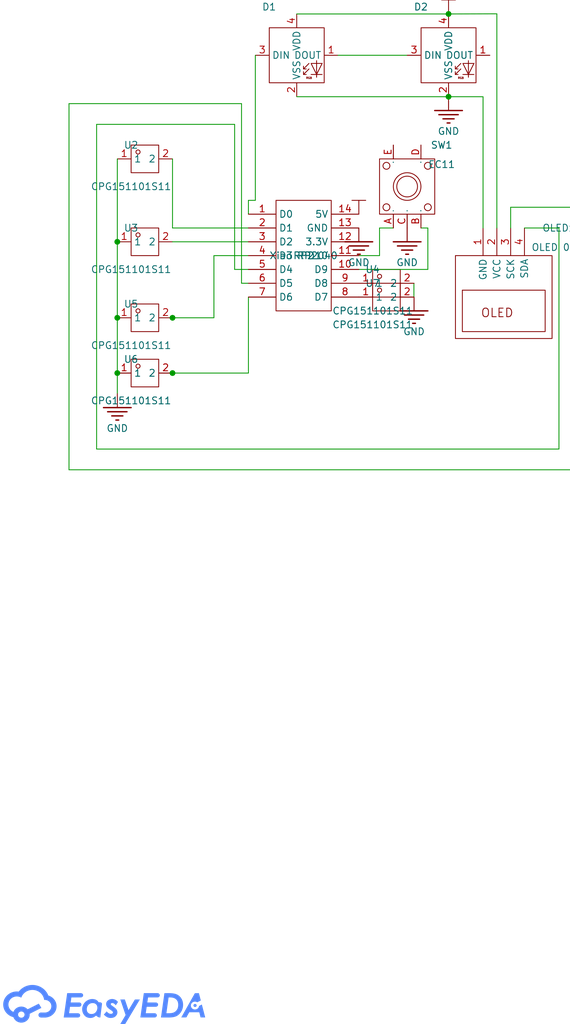
<source format=kicad_sch>
(kicad_sch (version 20250114) (generator "eeschema") (generator_version "9.0")
  (paper "User" 104.902 188.265)
  (lib_symbols
    (symbol "vspadproje-easyedapro:+5V" (power) (pin_numbers (hide yes)) (pin_names (hide yes))
      (symbol "+5V_1_0"
        (pin power_in line (at 0 0 0) (length 0) (name "") (number "1"))
      )
    )
    (symbol "vspadproje-easyedapro:CPG151101S11"
      (property "Reference" "U" (at 0 0 0))
      (symbol "CPG151101S11_1_0"
        (pin unspecified line (at -5.08 0 0) (length 2.54) (name "1") (number "1"))
        (pin unspecified line (at 5.08 0 180) (length 2.54) (name "2") (number "2"))
      )
    )
    (symbol "vspadproje-easyedapro:Drawing-Symbol_A4")
    (symbol "vspadproje-easyedapro:EC11"
      (symbol "EC11_1_0"
        (pin unspecified line (at -2.54 7.62 270) (length 2.54) (name "E") (number "E"))
        (pin unspecified line (at -2.54 -7.62 90) (length 2.54) (name "A") (number "A"))
        (pin unspecified line (at 0 -7.62 90) (length 2.54) (name "C") (number "C"))
        (pin unspecified line (at 2.54 7.62 270) (length 2.54) (name "D") (number "D"))
        (pin unspecified line (at 2.54 -7.62 90) (length 2.54) (name "B") (number "B"))
      )
    )
    (symbol "vspadproje-easyedapro:Ground-GND" (power) (pin_numbers (hide yes)) (pin_names (hide yes))
      (property "Value" "GND" (at 0 -6.35 0))
      (symbol "Ground-GND_1_0"
        (pin power_in line (at 0 0 270) (length 2.54) (name "GND") (number "1"))
      )
    )
    (symbol "vspadproje-easyedapro:LED_SK6812MINI"
      (symbol "LED_SK6812MINI_1_0"
        (text "RGB" (at 2.2606 -4.1656 0) (effects (font (size 0.3556 0.3556))))
        (pin input line (at -7.5946 0 0) (length 2.5146) (name "DIN") (number "3"))
        (pin unspecified line (at 0 7.5946 270) (length 2.5146) (name "VDD") (number "4"))
        (pin unspecified line (at 0 -7.5946 90) (length 2.5146) (name "VSS") (number "2"))
        (pin output line (at 7.5946 0 180) (length 2.5146) (name "DOUT") (number "1"))
      )
    )
    (symbol "vspadproje-easyedapro:OLED 0.91"
      (symbol "OLED 0.91_1_0"
        (text "OLED" (at 4.6228 -16.51 0) (effects (font (size 1.5748 1.5748)) (justify left bottom)))
        (pin unspecified line (at 5.08 0 270) (length 5.08) (name "GND") (number "1"))
        (pin unspecified line (at 7.62 0 270) (length 5.08) (name "VCC") (number "2"))
        (pin unspecified line (at 10.16 0 270) (length 5.08) (name "SCK") (number "3"))
        (pin unspecified line (at 12.7 0 270) (length 5.08) (name "SDA") (number "4"))
      )
    )
    (symbol "vspadproje-easyedapro:Xiao RP2040"
      (symbol "Xiao RP2040_1_0"
        (pin input line (at -10.16 7.62 0) (length 5.08) (name "D0") (number "1"))
        (pin input line (at -10.16 5.08 0) (length 5.08) (name "D1") (number "2"))
        (pin input line (at -10.16 2.54 0) (length 5.08) (name "D2") (number "3"))
        (pin input line (at -10.16 0 0) (length 5.08) (name "D3") (number "4"))
        (pin input line (at -10.16 -2.54 0) (length 5.08) (name "D4") (number "5"))
        (pin input line (at -10.16 -5.08 0) (length 5.08) (name "D5") (number "6"))
        (pin input line (at -10.16 -7.62 0) (length 5.08) (name "D6") (number "7"))
        (pin input line (at 10.16 7.62 180) (length 5.08) (name "5V") (number "14"))
        (pin input line (at 10.16 5.08 180) (length 5.08) (name "GND") (number "13"))
        (pin input line (at 10.16 2.54 180) (length 5.08) (name "3.3V") (number "12"))
        (pin input line (at 10.16 0 180) (length 5.08) (name "D10") (number "11"))
        (pin input line (at 10.16 -2.54 180) (length 5.08) (name "D9") (number "10"))
        (pin input line (at 10.16 -5.08 180) (length 5.08) (name "D8") (number "9"))
        (pin input line (at 10.16 -7.62 180) (length 5.08) (name "D7") (number "8"))
      )
    )
  )
  (junction (at 82.55 2.5654))
  (junction (at 82.55 17.78))
  (junction (at 31.75 58.42))
  (junction (at 21.59 68.58))
  (junction (at 21.59 58.42))
  (junction (at 31.75 68.58))
  (junction (at 21.59 44.45))
  (wire (pts (xy 17.78 82.55) (xy 17.78 22.86)))
  (wire (pts (xy 105.41 38.1) (xy 105.41 86.36)))
  (wire (pts (xy 45.72 54.61) (xy 45.72 68.58)))
  (wire (pts (xy 93.98 41.91) (xy 93.98 38.1)))
  (wire (pts (xy 69.85 41.91) (xy 69.85 46.99)))
  (wire (pts (xy 44.45 52.07) (xy 45.72 52.07)))
  (wire (pts (xy 43.18 49.53) (xy 45.72 49.53)))
  (wire (pts (xy 76.1746 54.61) (xy 76.1746 52.07)))
  (wire (pts (xy 62.23 10.16) (xy 74.93 10.16)))
  (wire (pts (xy 39.37 46.99) (xy 39.37 58.42)))
  (wire (pts (xy 31.75 68.58) (xy 45.72 68.58)))
  (wire (pts (xy 93.98 38.1) (xy 105.41 38.1)))
  (wire (pts (xy 17.78 22.86) (xy 43.18 22.86)))
  (wire (pts (xy 45.72 46.99) (xy 39.37 46.99)))
  (wire (pts (xy 54.61 2.5654) (xy 82.55 2.5654)))
  (wire (pts (xy 31.75 58.42) (xy 31.7246 58.42)))
  (wire (pts (xy 102.87 41.91) (xy 102.87 82.55)))
  (wire (pts (xy 12.7 86.36) (xy 12.7 19.05)))
  (wire (pts (xy 82.55 17.78) (xy 54.61 17.78)))
  (wire (pts (xy 17.78 82.55) (xy 102.87 82.55)))
  (wire (pts (xy 72.39 41.91) (xy 69.85 41.91)))
  (wire (pts (xy 96.52 41.91) (xy 102.87 41.91)))
  (wire (pts (xy 45.72 36.83) (xy 46.99 36.83)))
  (wire (pts (xy 44.45 19.05) (xy 44.45 52.07)))
  (wire (pts (xy 45.72 41.91) (xy 31.75 41.91)))
  (wire (pts (xy 91.44 2.54) (xy 91.44 41.91)))
  (wire (pts (xy 31.7246 68.58) (xy 31.75 68.58)))
  (wire (pts (xy 82.55 2.5654) (xy 91.44 2.54)))
  (wire (pts (xy 69.85 46.99) (xy 66.04 46.99)))
  (wire (pts (xy 66.04 49.53) (xy 78.74 49.53)))
  (wire (pts (xy 88.9 17.78) (xy 88.9 41.91)))
  (wire (pts (xy 78.74 41.91) (xy 77.47 41.91)))
  (wire (pts (xy 105.41 86.36) (xy 12.7 86.36)))
  (wire (pts (xy 31.75 41.91) (xy 31.75 29.21)))
  (wire (pts (xy 78.74 49.53) (xy 78.74 41.91)))
  (wire (pts (xy 39.37 58.42) (xy 31.75 58.42)))
  (wire (pts (xy 21.59 29.21) (xy 21.59 44.45)))
  (wire (pts (xy 46.99 36.83) (xy 46.99 10.16)))
  (wire (pts (xy 12.7 19.05) (xy 44.45 19.05)))
  (wire (pts (xy 43.18 22.86) (xy 43.18 49.53)))
  (wire (pts (xy 21.59 72.39) (xy 21.59 68.58)))
  (wire (pts (xy 45.72 39.37) (xy 45.72 36.83)))
  (wire (pts (xy 21.59 44.45) (xy 21.59 58.42)))
  (wire (pts (xy 31.75 44.45) (xy 45.72 44.45)))
  (wire (pts (xy 21.59 58.42) (xy 21.59 68.58)))
  (wire (pts (xy 82.55 17.78) (xy 88.9 17.78)))
  (symbol (lib_id "vspadproje-easyedapro:+5V") (at 66.04 39.37 0) (unit 1)
    (property "Reference" "#PWR?" (effects (hide yes)))
    (property "Value" "+5V" (effects (hide yes)))
    (property "Footprint" "vspadproje-easyedapro:" (effects (hide yes)))
  )
  (symbol (lib_id "vspadproje-easyedapro:+5V") (at 82.55 2.54 0) (unit 1)
    (property "Reference" "#PWR?" (effects (hide yes)))
    (property "Value" "+5V" (effects (hide yes)))
    (property "Footprint" "vspadproje-easyedapro:" (effects (hide yes)))
  )
  (symbol (lib_id "vspadproje-easyedapro:Ground-GND") (at 82.55 17.78 0) (unit 1)
    (property "Reference" "#PWR?" (effects (hide yes)))
    (property "Value" "GND" (at 82.55 24.13 0))
    (property "Footprint" "vspadproje-easyedapro:" (effects (hide yes)))
  )
  (symbol (lib_id "vspadproje-easyedapro:CPG151101S11") (at 26.67 58.42 0) (unit 1)
    (property "Reference" "U5" (at 24.13 55.88 0))
    (property "Value" "CPG151101S11" (at 24.13 63.5 0))
    (property "Footprint" "vspadproje-easyedapro:TH_L11.0-W5.9-KS-2P02B01-01" (effects (hide yes)))
    (property "Manufacturer Part" "CPG151101S11" (effects (hide yes)))
    (property "Supplier Part" "C9900013508" (effects (hide yes)))
    (property "Supplier" "LCSC" (effects (hide yes)))
    (property "LCSC Part Name" "CPG151101S11" (effects (hide yes)))
  )
  (symbol (lib_id "vspadproje-easyedapro:OLED 0.91") (at 83.82 41.91 0) (unit 1)
    (property "Reference" "OLED1" (at 102.87 41.91 0))
    (property "Value" "OLED 0.91" (at 102.87 45.466 0))
    (property "Footprint" "vspadproje-easyedapro:I2C OLED 0.91" (effects (hide yes)))
    (property "Manufacturer Part" "SSD1306 I2C OLED" (effects (hide yes)))
  )
  (symbol (lib_id "vspadproje-easyedapro:Ground-GND") (at 76.2 54.61 0) (unit 1)
    (property "Reference" "#PWR?" (effects (hide yes)))
    (property "Value" "GND" (at 76.2 60.96 0))
    (property "Footprint" "vspadproje-easyedapro:" (effects (hide yes)))
  )
  (symbol (lib_id "vspadproje-easyedapro:CPG151101S11") (at 26.67 29.21 0) (unit 1)
    (property "Reference" "U2" (at 24.13 26.67 0))
    (property "Value" "CPG151101S11" (at 24.13 34.29 0))
    (property "Footprint" "vspadproje-easyedapro:TH_L11.0-W5.9-KS-2P02B01-01" (effects (hide yes)))
    (property "Manufacturer Part" "CPG151101S11" (effects (hide yes)))
    (property "Supplier Part" "C9900013508" (effects (hide yes)))
    (property "Supplier" "LCSC" (effects (hide yes)))
    (property "LCSC Part Name" "CPG151101S11" (effects (hide yes)))
  )
  (symbol (lib_id "vspadproje-easyedapro:LED_SK6812MINI") (at 54.61 10.16 0) (unit 1)
    (property "Reference" "D1" (at 49.53 1.27 0))
    (property "Value" "LED_SK6812MINI" (effects (hide yes)))
    (property "Footprint" "vspadproje-easyedapro:LED Matrix - 96 well:LED_SK6812MINI_PLCC4_3.5x3.5mm_P1.75mm" (effects (hide yes)))
  )
  (symbol (lib_id "vspadproje-easyedapro:LED_SK6812MINI") (at 82.55 10.16 0) (unit 1)
    (property "Reference" "D2" (at 77.47 1.27 0))
    (property "Value" "LED_SK6812MINI" (effects (hide yes)))
    (property "Footprint" "vspadproje-easyedapro:LED Matrix - 96 well:LED_SK6812MINI_PLCC4_3.5x3.5mm_P1.75mm" (effects (hide yes)))
  )
  (symbol (lib_id "vspadproje-easyedapro:CPG151101S11") (at 71.12 52.07 0) (unit 1)
    (property "Reference" "U4" (at 68.58 49.53 0))
    (property "Value" "CPG151101S11" (at 68.58 57.15 0))
    (property "Footprint" "vspadproje-easyedapro:TH_L11.0-W5.9-KS-2P02B01-01" (effects (hide yes)))
    (property "Manufacturer Part" "CPG151101S11" (effects (hide yes)))
    (property "Supplier Part" "C9900013508" (effects (hide yes)))
    (property "Supplier" "LCSC" (effects (hide yes)))
    (property "LCSC Part Name" "CPG151101S11" (effects (hide yes)))
  )
  (symbol (lib_id "vspadproje-easyedapro:Xiao RP2040") (at 55.88 46.99 0) (unit 1)
    (property "Reference" "RP2" (at 55.88 46.99 0))
    (property "Value" "Xiao RP2040" (at 55.88 46.99 0))
    (property "Footprint" "vspadproje-easyedapro:XIAO-RP2040-SMD" (effects (hide yes)))
  )
  (symbol (lib_id "vspadproje-easyedapro:EC11") (at 74.93 34.29 0) (unit 1)
    (property "Reference" "SW1" (at 81.28 26.67 0))
    (property "Value" "EC11" (at 81.28 30.226 0))
    (property "Footprint" "vspadproje-easyedapro:SW-TH_EC111XXXX" (effects (hide yes)))
    (property "Manufacturer Part" "EC1110120005" (effects (hide yes)))
    (property "Manufacturer" "ALPS Electric" (effects (hide yes)))
    (property "Supplier Part" "C470788" (effects (hide yes)))
    (property "Supplier" "LCSC" (effects (hide yes)))
  )
  (symbol (lib_id "vspadproje-easyedapro:CPG151101S11") (at 26.67 68.58 0) (unit 1)
    (property "Reference" "U6" (at 24.13 66.04 0))
    (property "Value" "CPG151101S11" (at 24.13 73.66 0))
    (property "Footprint" "vspadproje-easyedapro:TH_L11.0-W5.9-KS-2P02B01-01" (effects (hide yes)))
    (property "Manufacturer Part" "CPG151101S11" (effects (hide yes)))
    (property "Supplier Part" "C9900013508" (effects (hide yes)))
    (property "Supplier" "LCSC" (effects (hide yes)))
    (property "LCSC Part Name" "CPG151101S11" (effects (hide yes)))
  )
  (symbol (lib_id "vspadproje-easyedapro:CPG151101S11") (at 71.12 54.61 0) (unit 1)
    (property "Reference" "U7" (at 68.58 52.07 0))
    (property "Value" "CPG151101S11" (at 68.58 59.69 0))
    (property "Footprint" "vspadproje-easyedapro:TH_L11.0-W5.9-KS-2P02B01-01" (effects (hide yes)))
    (property "Manufacturer Part" "CPG151101S11" (effects (hide yes)))
    (property "Supplier Part" "C9900013508" (effects (hide yes)))
    (property "Supplier" "LCSC" (effects (hide yes)))
    (property "LCSC Part Name" "CPG151101S11" (effects (hide yes)))
  )
  (symbol (lib_id "vspadproje-easyedapro:CPG151101S11") (at 26.67 44.45 0) (unit 1)
    (property "Reference" "U3" (at 24.13 41.91 0))
    (property "Value" "CPG151101S11" (at 24.13 49.53 0))
    (property "Footprint" "vspadproje-easyedapro:TH_L11.0-W5.9-KS-2P02B01-01" (effects (hide yes)))
    (property "Manufacturer Part" "CPG151101S11" (effects (hide yes)))
    (property "Supplier Part" "C9900013508" (effects (hide yes)))
    (property "Supplier" "LCSC" (effects (hide yes)))
    (property "LCSC Part Name" "CPG151101S11" (effects (hide yes)))
  )
  (symbol (lib_id "vspadproje-easyedapro:Ground-GND") (at 74.93 41.91 0) (unit 1)
    (property "Reference" "#PWR?" (effects (hide yes)))
    (property "Value" "GND" (at 74.93 48.26 0))
    (property "Footprint" "vspadproje-easyedapro:" (effects (hide yes)))
  )
  (symbol (lib_id "vspadproje-easyedapro:Ground-GND") (at 66.04 41.91 0) (unit 1)
    (property "Reference" "#PWR?" (effects (hide yes)))
    (property "Value" "GND" (at 66.04 48.26 0))
    (property "Footprint" "vspadproje-easyedapro:" (effects (hide yes)))
  )
  (symbol (lib_id "vspadproje-easyedapro:Drawing-Symbol_A4") (at -124.46 191.77 0) (unit 1)
    (property "Reference" "?" (at -124.46 191.77 0))
    (property "Footprint" "vspadproje-easyedapro:" (effects (hide yes)))
    (property "@Board Name" "Board1" (at -124.46 191.77 0))
    (property "@Create Date" "2026-01-01" (at -124.46 191.77 0))
    (property "@Create Time" "02:07:05" (at -124.46 191.77 0))
    (property "@Page Count" "1" (at -124.46 191.77 0))
    (property "@Page Name" "P1" (at -124.46 191.77 0))
    (property "@Page No" "1" (at -124.46 191.77 0))
    (property "@Project Name" "VSpad" (at -124.46 191.77 0))
    (property "@Schematic Name" "Schematic1" (at -124.46 191.77 0))
    (property "@Update Date" "2026-01-01" (at -124.46 191.77 0))
    (property "@Update Time" "14:14:35" (at -124.46 191.77 0))
    (property "Blade Width" "10" (at -124.46 191.77 0))
    (property "Border" "1" (at -124.46 191.77 0))
    (property "Company" "EasyEDA.com" (at -124.46 191.77 0))
    (property "Height" "825" (at -124.46 191.77 0))
    (property "Page Size" "A4" (at -124.46 191.77 0))
    (property "Region Start" "1" (at -124.46 191.77 0))
    (property "Title Block" "1" (at -124.46 191.77 0))
    (property "Title Block Position" "3" (at -124.46 191.77 0))
    (property "Version" "V1.0" (at -124.46 191.77 0))
    (property "Width" "1170" (at -124.46 191.77 0))
    (property "X Region Count" "6" (at -124.46 191.77 0))
    (property "Y Region Count" "4" (at -124.46 191.77 0))
  )
  (symbol (lib_id "vspadproje-easyedapro:Ground-GND") (at 21.59 72.39 0) (unit 1)
    (property "Reference" "#PWR?" (effects (hide yes)))
    (property "Value" "GND" (at 21.59 78.74 0))
    (property "Footprint" "vspadproje-easyedapro:" (effects (hide yes)))
  )
)
</source>
